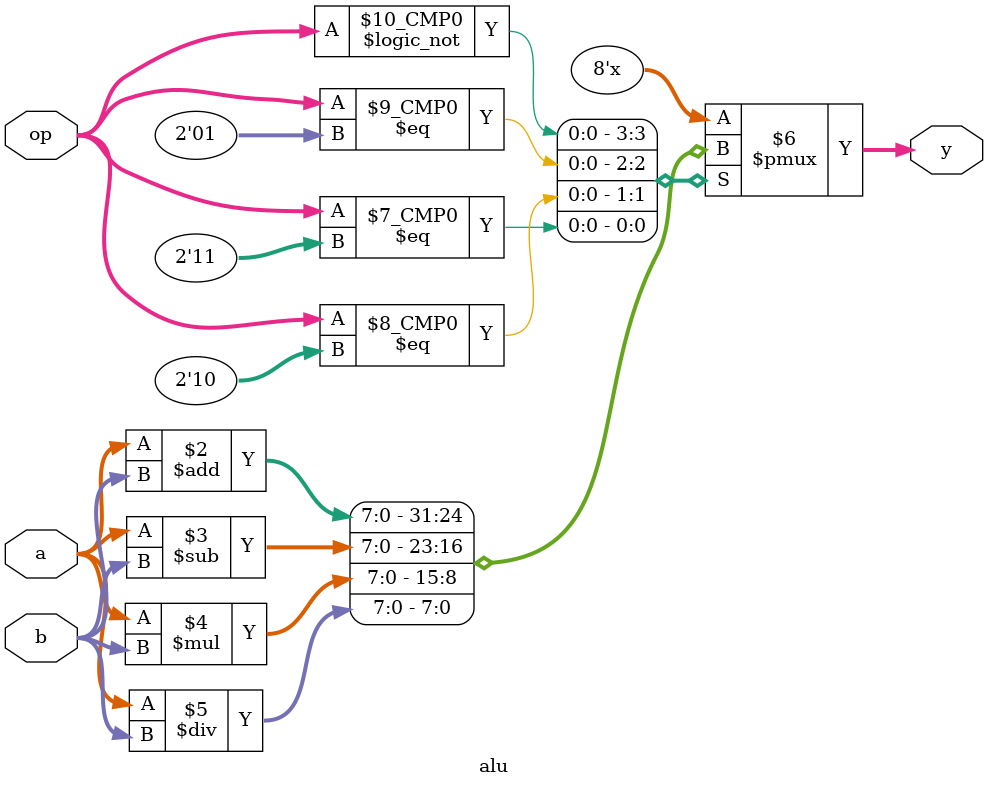
<source format=sv>

module alu (
    input  logic [3:0] a, b,
    input  logic [1:0] op,
    output logic [7:0] y
);
    always_comb begin
        case (op)
            2'b00: y = a + b;
            2'b01: y = a - b;
            2'b10: y = a * b;   // MUL
            2'b11: y = a / b;
        endcase
    end
endmodule

</source>
